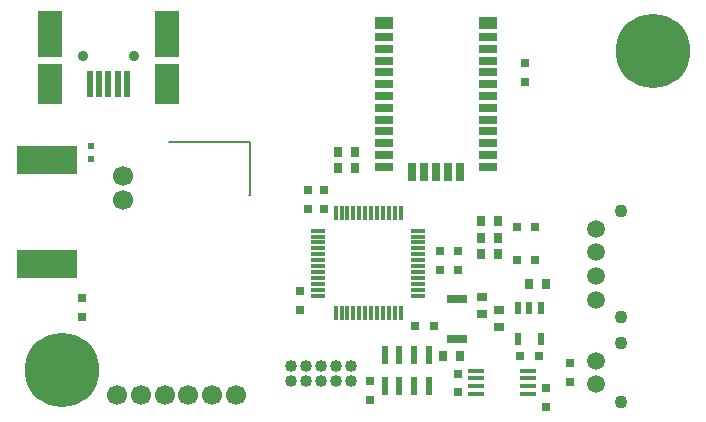
<source format=gts>
G04 #@! TF.FileFunction,Soldermask,Top*
%FSLAX46Y46*%
G04 Gerber Fmt 4.6, Leading zero omitted, Abs format (unit mm)*
G04 Created by KiCad (PCBNEW 4.0.1-stable) date 10/03/2016 22:19:41*
%MOMM*%
G01*
G04 APERTURE LIST*
%ADD10C,0.100000*%
%ADD11C,0.200000*%
%ADD12R,1.200000X0.300000*%
%ADD13R,0.300000X1.200000*%
%ADD14C,1.500000*%
%ADD15C,1.100000*%
%ADD16C,1.700000*%
%ADD17R,0.600000X1.500000*%
%ADD18R,5.080000X2.413000*%
%ADD19R,0.800000X0.800000*%
%ADD20R,0.500000X0.600000*%
%ADD21R,1.500000X0.700000*%
%ADD22R,1.500000X1.000000*%
%ADD23R,0.700000X1.500000*%
%ADD24C,1.016000*%
%ADD25R,0.500000X2.250000*%
%ADD26R,2.050000X4.000000*%
%ADD27R,2.050000X3.500000*%
%ADD28C,0.900000*%
%ADD29R,0.700000X0.950000*%
%ADD30R,0.950000X0.700000*%
%ADD31R,0.700000X0.800000*%
%ADD32R,0.600000X1.100000*%
%ADD33R,1.400000X0.400000*%
%ADD34R,1.700000X0.800000*%
%ADD35C,6.300000*%
%ADD36C,0.600000*%
G04 APERTURE END LIST*
D10*
D11*
X186870000Y-116160000D02*
X186850000Y-116160000D01*
X186870000Y-111660000D02*
X186870000Y-116160000D01*
X180010000Y-111660000D02*
X186870000Y-111660000D01*
D12*
X201150000Y-124700000D03*
X201150000Y-124200000D03*
X201150000Y-123700000D03*
X201150000Y-123200000D03*
X201150000Y-122700000D03*
X201150000Y-122200000D03*
X201150000Y-121700000D03*
X201150000Y-121200000D03*
X201150000Y-120700000D03*
X201150000Y-120200000D03*
X201150000Y-119700000D03*
X201150000Y-119200000D03*
D13*
X199650000Y-117700000D03*
X199150000Y-117700000D03*
X198650000Y-117700000D03*
X198150000Y-117700000D03*
X197650000Y-117700000D03*
X197150000Y-117700000D03*
X196650000Y-117700000D03*
X196150000Y-117700000D03*
X195650000Y-117700000D03*
X195150000Y-117700000D03*
X194650000Y-117700000D03*
X194150000Y-117700000D03*
D12*
X192650000Y-119200000D03*
X192650000Y-119700000D03*
X192650000Y-120200000D03*
X192650000Y-120700000D03*
X192650000Y-121200000D03*
X192650000Y-121700000D03*
X192650000Y-122200000D03*
X192650000Y-122700000D03*
X192650000Y-123200000D03*
X192650000Y-123700000D03*
X192650000Y-124200000D03*
X192650000Y-124700000D03*
D13*
X194150000Y-126200000D03*
X194650000Y-126200000D03*
X195150000Y-126200000D03*
X195650000Y-126200000D03*
X196150000Y-126200000D03*
X196650000Y-126200000D03*
X197150000Y-126200000D03*
X197650000Y-126200000D03*
X198150000Y-126200000D03*
X198650000Y-126200000D03*
X199150000Y-126200000D03*
X199650000Y-126200000D03*
D14*
X216200000Y-119050000D03*
X216200000Y-121050000D03*
X216200000Y-123050000D03*
X216200000Y-125050000D03*
D15*
X218300000Y-117550000D03*
X218300000Y-126550000D03*
D16*
X176175000Y-114600000D03*
X176175000Y-116600000D03*
X175675000Y-133100000D03*
X177675000Y-133100000D03*
X179675000Y-133100000D03*
X181675000Y-133100000D03*
X183675000Y-133100000D03*
X185675000Y-133100000D03*
D17*
X198300000Y-132350000D03*
X199550000Y-132350000D03*
X200800000Y-132350000D03*
X200800000Y-129750000D03*
X199550000Y-129750000D03*
X198300000Y-129750000D03*
X202050000Y-132350000D03*
X202050000Y-129750000D03*
D18*
X169700000Y-113218500D03*
X169700000Y-121981500D03*
D19*
X214000000Y-132000000D03*
X214000000Y-130400000D03*
X211950000Y-134150000D03*
X211950000Y-132550000D03*
X204500000Y-131300000D03*
X204500000Y-132900000D03*
X210200000Y-105000000D03*
X210200000Y-106600000D03*
X172700000Y-126500000D03*
X172700000Y-124900000D03*
X203000000Y-120900000D03*
X203000000Y-122500000D03*
X202450000Y-127250000D03*
X200850000Y-127250000D03*
X191150000Y-125950000D03*
X191150000Y-124350000D03*
X193160000Y-117360000D03*
X193160000Y-115760000D03*
X197070000Y-131920000D03*
X197070000Y-133520000D03*
D20*
X173400000Y-113100000D03*
X173400000Y-112000000D03*
D21*
X198250000Y-103800000D03*
X198250000Y-104800000D03*
X198250000Y-109800000D03*
X198250000Y-111800000D03*
X198250000Y-110800000D03*
X198250000Y-108800000D03*
X198250000Y-107800000D03*
X198250000Y-106800000D03*
X198250000Y-105800000D03*
X198250000Y-102800000D03*
D22*
X198250000Y-101650000D03*
D21*
X198250000Y-112800000D03*
X198250000Y-113800000D03*
X198250000Y-113800000D03*
X198250000Y-112800000D03*
D22*
X198250000Y-101650000D03*
D21*
X198250000Y-102800000D03*
X198250000Y-105800000D03*
X198250000Y-106800000D03*
X198250000Y-107800000D03*
X198250000Y-108800000D03*
X198250000Y-110800000D03*
X198250000Y-111800000D03*
X198250000Y-109800000D03*
X198250000Y-104800000D03*
X198250000Y-103800000D03*
D23*
X202650000Y-114200000D03*
X203650000Y-114200000D03*
X204650000Y-114200000D03*
X201650000Y-114200000D03*
X200650000Y-114200000D03*
D21*
X207050000Y-113800000D03*
X207050000Y-112800000D03*
X207050000Y-111800000D03*
X207050000Y-110800000D03*
X207050000Y-109800000D03*
X207050000Y-108800000D03*
X207050000Y-107800000D03*
X207050000Y-106800000D03*
X207050000Y-105800000D03*
X207050000Y-104800000D03*
X207050000Y-103800000D03*
X207050000Y-102800000D03*
D22*
X207050000Y-101650000D03*
D24*
X190380000Y-131970000D03*
X190380000Y-130700000D03*
X191650000Y-131970000D03*
X191650000Y-130700000D03*
X192920000Y-131970000D03*
X192920000Y-130700000D03*
X194190000Y-131970000D03*
X194190000Y-130700000D03*
X195460000Y-131970000D03*
X195460000Y-130700000D03*
D25*
X176520000Y-106760000D03*
X175720000Y-106760000D03*
X174920000Y-106760000D03*
X174120000Y-106760000D03*
X173320000Y-106760000D03*
D26*
X179845000Y-102535000D03*
D27*
X179845000Y-106785000D03*
D26*
X169995000Y-102535000D03*
D27*
X169995000Y-106785000D03*
D28*
X177120000Y-104435000D03*
X172720000Y-104435000D03*
D29*
X207925000Y-121200000D03*
X206475000Y-121200000D03*
X207925000Y-119800000D03*
X206475000Y-119800000D03*
X207925000Y-118400000D03*
X206475000Y-118400000D03*
D30*
X206510000Y-124785000D03*
X206510000Y-126235000D03*
D29*
X204655000Y-129790000D03*
X203205000Y-129790000D03*
D14*
X216200000Y-130200000D03*
X216200000Y-132200000D03*
D15*
X218300000Y-128700000D03*
X218300000Y-133700000D03*
D31*
X209500000Y-118925000D03*
X209500000Y-121675000D03*
X211000000Y-121675000D03*
X211000000Y-118925000D03*
D19*
X209750000Y-129800000D03*
X211350000Y-129800000D03*
D32*
X211500000Y-125750000D03*
X210550000Y-125750000D03*
X209600000Y-125750000D03*
X209600000Y-128350000D03*
X211500000Y-128350000D03*
D33*
X206050000Y-131050000D03*
X206050000Y-131700000D03*
X206050000Y-132350000D03*
X206050000Y-133000000D03*
X210450000Y-133000000D03*
X210450000Y-132350000D03*
X210450000Y-131700000D03*
X210450000Y-131050000D03*
D29*
X211955000Y-123730000D03*
X210505000Y-123730000D03*
D30*
X208000000Y-127345000D03*
X208000000Y-125895000D03*
D29*
X194375000Y-112500000D03*
X195825000Y-112500000D03*
X194375000Y-113900000D03*
X195825000Y-113900000D03*
D34*
X204400000Y-125010000D03*
X204400000Y-128410000D03*
D19*
X204500000Y-120900000D03*
X204500000Y-122500000D03*
X191840000Y-117390000D03*
X191840000Y-115790000D03*
D35*
X220990000Y-104000000D03*
D36*
X220990000Y-101500000D03*
X223490000Y-104000000D03*
X220990000Y-106500000D03*
X218490000Y-104000000D03*
X219190000Y-102200000D03*
X222790000Y-102200000D03*
X219190000Y-105800000D03*
X222790000Y-105800000D03*
D35*
X171000000Y-131000000D03*
D36*
X171000000Y-128500000D03*
X173500000Y-131000000D03*
X171000000Y-133500000D03*
X168500000Y-131000000D03*
X169200000Y-129200000D03*
X172800000Y-129200000D03*
X169200000Y-132800000D03*
X172800000Y-132800000D03*
M02*

</source>
